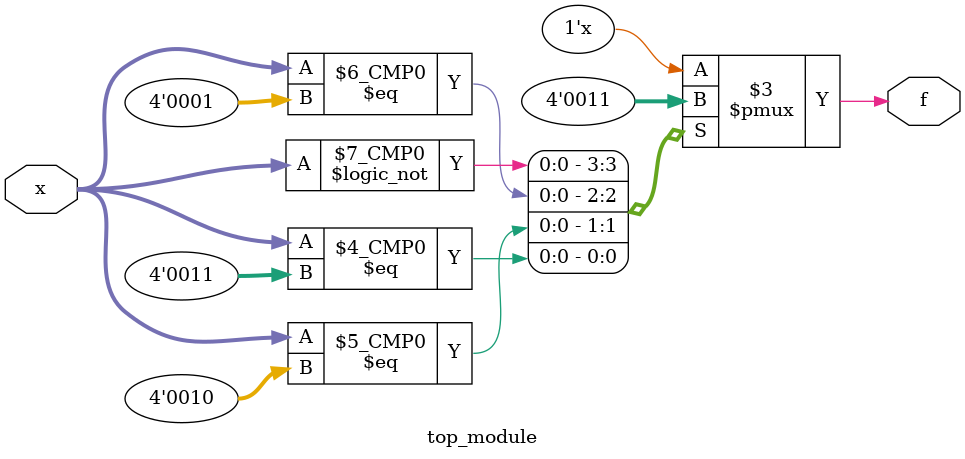
<source format=sv>
module top_module (
	input [4:1] x,
	output logic f
);

always_comb begin
    case (x)
        4'b00-00: f = 0;
        4'b00-01: f = 0;
        4'b00-10: f = 1;
        4'b00-11: f = 1;
        4'b01-00: f = 0;
        4'b01-01: f = 0;
        4'b01-10: f = 1;
        4'b01-11: f = 0;
        4'b10-00: f = 1;
        4'b10-01: f = 1;
        4'b10-10: f = 0;
        4'b10-11: f = 1;
        4'b11-00: f = 1;
        4'b11-01: f = 1;
        4'b11-10: f = 0;
        4'b11-11: f = 1;
    endcase
end

endmodule

</source>
